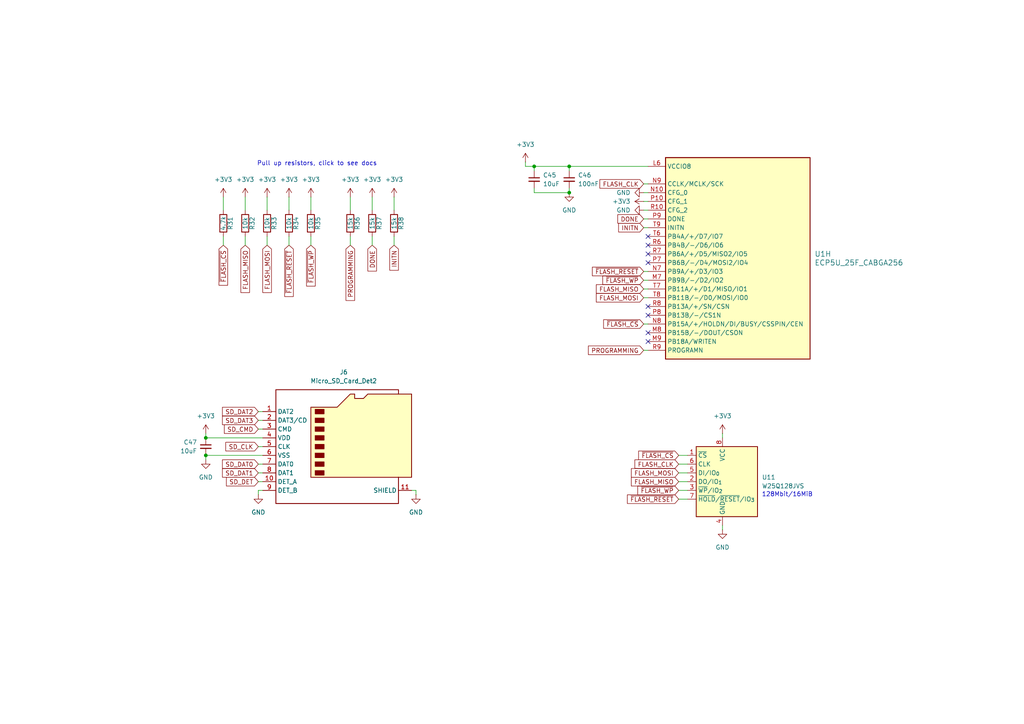
<source format=kicad_sch>
(kicad_sch (version 20250114) (generator "eeschema") (generator_version "9.0")
  (paper "A4")
  (title_block (title "Icepi zero") (date "2025-06-16") (rev "v1.2") (company "Chengyin Yao (cheyao)") (comment 1 "https://github.com/cheyao/icepi-zero") (comment 9 "OSHWA FR000026"))
  (lib_symbols
    (symbol "Connector:Micro_SD_Card_Det2"
      (property "Reference" "J" (at -16.51 17.78 0))
      (property "Value" "Micro_SD_Card_Det2" (at 16.51 17.78 0))
      (symbol "Micro_SD_Card_Det2_0_1"
        (polyline (pts (xy -8.89 -8.89) (xy -8.89 11.43) (xy -1.27 11.43) (xy 2.54 15.24) (xy 3.81 15.24) (xy 3.81 13.97) (xy 6.35 13.97) (xy 7.62 15.24) (xy 20.32 15.24) (xy 20.32 -8.89) (xy -8.89 -8.89)) (stroke (width 0.254)) (fill (type background)))
        (rectangle (start -7.62 10.795) (end -5.08 9.525) (stroke (width 0.254)) (fill (type outline)))
        (rectangle (start -7.62 8.255) (end -5.08 6.985) (stroke (width 0.254)) (fill (type outline)))
        (rectangle (start -7.62 5.715) (end -5.08 4.445) (stroke (width 0.254)) (fill (type outline)))
        (rectangle (start -7.62 3.175) (end -5.08 1.905) (stroke (width 0.254)) (fill (type outline)))
        (rectangle (start -7.62 0.635) (end -5.08 -0.635) (stroke (width 0.254)) (fill (type outline)))
        (rectangle (start -7.62 -1.905) (end -5.08 -3.175) (stroke (width 0.254)) (fill (type outline)))
        (rectangle (start -7.62 -4.445) (end -5.08 -5.715) (stroke (width 0.254)) (fill (type outline)))
        (rectangle (start -7.62 -6.985) (end -5.08 -8.255) (stroke (width 0.254)) (fill (type outline)))
        (polyline (pts (xy 16.51 15.24) (xy 16.51 16.51) (xy -19.05 16.51) (xy -19.05 -16.51) (xy 16.51 -16.51) (xy 16.51 -8.89)) (stroke (width 0.254)))
      )
      (symbol "Micro_SD_Card_Det2_1_1"
        (pin bidirectional line (at -22.86 10.16 0) (length 3.81) (name "DAT2") (number "1"))
        (pin bidirectional line (at -22.86 7.62 0) (length 3.81) (name "DAT3/CD") (number "2"))
        (pin input line (at -22.86 5.08 0) (length 3.81) (name "CMD") (number "3"))
        (pin power_in line (at -22.86 2.54 0) (length 3.81) (name "VDD") (number "4"))
        (pin input line (at -22.86 0 0) (length 3.81) (name "CLK") (number "5"))
        (pin power_in line (at -22.86 -2.54 0) (length 3.81) (name "VSS") (number "6"))
        (pin bidirectional line (at -22.86 -5.08 0) (length 3.81) (name "DAT0") (number "7"))
        (pin bidirectional line (at -22.86 -7.62 0) (length 3.81) (name "DAT1") (number "8"))
        (pin passive line (at -22.86 -10.16 0) (length 3.81) (name "DET_A") (number "10"))
        (pin passive line (at -22.86 -12.7 0) (length 3.81) (name "DET_B") (number "9"))
        (pin passive line (at 20.32 -12.7 180) (length 3.81) (name "SHIELD") (number "11"))
      )
    )
    (symbol "Device:C_Small" (pin_numbers (hide yes)) (pin_names (offset 0.254) (hide yes))
      (property "Reference" "C" (at 0.254 1.778 0))
      (property "Value" "C_Small" (at 0.254 -2.032 0))
      (symbol "C_Small_0_1"
        (polyline (pts (xy -1.524 0.508) (xy 1.524 0.508)) (stroke (width 0.3048)))
        (polyline (pts (xy -1.524 -0.508) (xy 1.524 -0.508)) (stroke (width 0.3302)))
      )
      (symbol "C_Small_1_1"
        (pin passive line (at 0 2.54 270) (length 2.032) (name "~") (number "1"))
        (pin passive line (at 0 -2.54 90) (length 2.032) (name "~") (number "2"))
      )
    )
    (symbol "Device:R" (pin_numbers (hide yes)) (pin_names (offset 0))
      (property "Reference" "R" (at 2.032 0 90))
      (property "Value" "R" (at 0 0 90))
      (symbol "R_0_1"
        (rectangle (start -1.016 -2.54) (end 1.016 2.54) (stroke (width 0.254)))
      )
      (symbol "R_1_1"
        (pin passive line (at 0 3.81 270) (length 1.27) (name "~") (number "1"))
        (pin passive line (at 0 -3.81 90) (length 1.27) (name "~") (number "2"))
      )
    )
    (symbol "Memory_Flash:W25Q128JVS"
      (property "Reference" "U" (at -6.35 11.43 0))
      (property "Value" "W25Q128JVS" (at 7.62 11.43 0))
      (symbol "W25Q128JVS_0_1"
        (rectangle (start -7.62 10.16) (end 10.16 -10.16) (stroke (width 0.254)) (fill (type background)))
      )
      (symbol "W25Q128JVS_1_1"
        (pin input line (at -10.16 7.62 0) (length 2.54) (name "~{CS}") (number "1"))
        (pin input line (at -10.16 5.08 0) (length 2.54) (name "CLK") (number "6"))
        (pin bidirectional line (at -10.16 2.54 0) (length 2.54) (name "DI/IO_{0}") (number "5"))
        (pin bidirectional line (at -10.16 0 0) (length 2.54) (name "DO/IO_{1}") (number "2"))
        (pin bidirectional line (at -10.16 -2.54 0) (length 2.54) (name "~{WP}/IO_{2}") (number "3"))
        (pin bidirectional line (at -10.16 -5.08 0) (length 2.54) (name "~{HOLD}/~{RESET}/IO_{3}") (number "7"))
        (pin power_in line (at 0 12.7 270) (length 2.54) (name "VCC") (number "8"))
        (pin power_in line (at 0 -12.7 90) (length 2.54) (name "GND") (number "4"))
      )
    )
    (symbol "josh:ECP5U_12_CABGA256"
      (property "Reference" "U" (at -15.24 45.72 0))
      (property "Value" "ECP5U_12_CABGA256" (at 7.62 43.18 0))
      (symbol "ECP5U_12_CABGA256_1_1"
        (rectangle (start -7.62 7.62) (end 6.35 -7.62) (stroke (width 0.001)) (fill (type background)))
        (pin power_in line (at -12.7 5.08 0) (length 5.08) (name "VCC[6]") (number "G6"))
        (pin power_in line (at -12.7 5.08 0) (length 5.08) (name "VCC[6]") (number "G7"))
        (pin power_in line (at -12.7 5.08 0) (length 5.08) (name "VCC[6]") (number "G9"))
        (pin power_in line (at -12.7 5.08 0) (length 5.08) (name "VCC[6]") (number "L10"))
        (pin power_in line (at -12.7 5.08 0) (length 5.08) (name "VCC[6]") (number "L8"))
        (pin power_in line (at -12.7 5.08 0) (length 5.08) (name "VCC[6]") (number "L9"))
        (pin power_in line (at -12.7 2.54 0) (length 5.08) (name "VCCAUX[2]") (number "G11"))
        (pin power_in line (at -12.7 2.54 0) (length 5.08) (name "VCCAUX[2]") (number "L7"))
        (pin power_in line (at -12.7 -5.08 0) (length 5.08) (name "GND[27]") (number "A1"))
        (pin power_in line (at -12.7 -5.08 0) (length 5.08) (name "GND[27]") (number "A16"))
        (pin power_in line (at -12.7 -5.08 0) (length 5.08) (name "GND[27]") (number "D15"))
        (pin power_in line (at -12.7 -5.08 0) (length 5.08) (name "GND[27]") (number "D2"))
        (pin power_in line (at -12.7 -5.08 0) (length 5.08) (name "GND[27]") (number "F8"))
        (pin power_in line (at -12.7 -5.08 0) (length 5.08) (name "GND[27]") (number "F9"))
        (pin power_in line (at -12.7 -5.08 0) (length 5.08) (name "GND[27]") (number "G10"))
        (pin power_in line (at -12.7 -5.08 0) (length 5.08) (name "GND[27]") (number "G8"))
        (pin power_in line (at -12.7 -5.08 0) (length 5.08) (name "GND[27]") (number "H1"))
        (pin power_in line (at -12.7 -5.08 0) (length 5.08) (name "GND[27]") (number "H10"))
        (pin power_in line (at -12.7 -5.08 0) (length 5.08) (name "GND[27]") (number "H16"))
        (pin power_in line (at -12.7 -5.08 0) (length 5.08) (name "GND[27]") (number "H8"))
        (pin power_in line (at -12.7 -5.08 0) (length 5.08) (name "GND[27]") (number "H9"))
        (pin power_in line (at -12.7 -5.08 0) (length 5.08) (name "GND[27]") (number "J10"))
        (pin power_in line (at -12.7 -5.08 0) (length 5.08) (name "GND[27]") (number "J8"))
        (pin power_in line (at -12.7 -5.08 0) (length 5.08) (name "GND[27]") (number "J9"))
        (pin power_in line (at -12.7 -5.08 0) (length 5.08) (name "GND[27]") (number "K10"))
        (pin power_in line (at -12.7 -5.08 0) (length 5.08) (name "GND[27]") (number "K6"))
        (pin power_in line (at -12.7 -5.08 0) (length 5.08) (name "GND[27]") (number "K7"))
        (pin power_in line (at -12.7 -5.08 0) (length 5.08) (name "GND[27]") (number "K8"))
        (pin power_in line (at -12.7 -5.08 0) (length 5.08) (name "GND[27]") (number "K9"))
        (pin power_in line (at -12.7 -5.08 0) (length 5.08) (name "GND[27]") (number "N15"))
        (pin power_in line (at -12.7 -5.08 0) (length 5.08) (name "GND[27]") (number "N2"))
        (pin power_in line (at -12.7 -5.08 0) (length 5.08) (name "GND[27]") (number "T1"))
        (pin power_in line (at -12.7 -5.08 0) (length 5.08) (name "GND[27]") (number "T12"))
        (pin power_in line (at -12.7 -5.08 0) (length 5.08) (name "GND[27]") (number "T16"))
        (pin power_in line (at -12.7 -5.08 0) (length 5.08) (name "GND[27]") (number "T5"))
      )
      (symbol "ECP5U_12_CABGA256_2_1"
        (rectangle (start -16.51 40.64) (end 8.89 -27.94) (stroke (width 0.305)) (fill (type background)))
        (pin power_in line (at -21.59 38.1 0) (length 5.08) (name "VCCIO0[2]") (number "F6"))
        (pin power_in line (at -21.59 38.1 0) (length 5.08) (name "VCCIO0[2]") (number "F7"))
        (pin bidirectional line (at -21.59 33.02 0) (length 5.08) (name "PT4A/+") (number "A2"))
        (pin bidirectional line (at -21.59 30.48 0) (length 5.08) (name "PT4B/-") (number "B3"))
        (pin bidirectional line (at -21.59 27.94 0) (length 5.08) (name "PT6A/+") (number "A3"))
        (pin bidirectional line (at -21.59 25.4 0) (length 5.08) (name "PT6B/-") (number "A4"))
        (pin bidirectional line (at -21.59 22.86 0) (length 5.08) (name "PT9A/+") (number "E4"))
        (pin bidirectional line (at -21.59 20.32 0) (length 5.08) (name "PT9B/-") (number "D4"))
        (pin bidirectional line (at -21.59 17.78 0) (length 5.08) (name "PT11A/+") (number "C4"))
        (pin bidirectional line (at -21.59 15.24 0) (length 5.08) (name "PT11B/-") (number "B4"))
        (pin bidirectional line (at -21.59 12.7 0) (length 5.08) (name "PT13A/+") (number "E5"))
        (pin bidirectional line (at -21.59 10.16 0) (length 5.08) (name "PT13B/-") (number "D5"))
        (pin bidirectional line (at -21.59 7.62 0) (length 5.08) (name "PT15A/+") (number "C5"))
        (pin bidirectional line (at -21.59 5.08 0) (length 5.08) (name "PT15B/-") (number "B5"))
        (pin bidirectional line (at -21.59 2.54 0) (length 5.08) (name "PT18A/+") (number "A5"))
        (pin bidirectional line (at -21.59 0 0) (length 5.08) (name "PT18B/-") (number "A6"))
        (pin bidirectional line (at -21.59 -2.54 0) (length 5.08) (name "PT20A/+") (number "E6"))
        (pin bidirectional line (at -21.59 -5.08 0) (length 5.08) (name "PT20B/-") (number "D6"))
        (pin bidirectional line (at -21.59 -7.62 0) (length 5.08) (name "PT22A/+") (number "C6"))
        (pin bidirectional line (at -21.59 -10.16 0) (length 5.08) (name "PT22B/-") (number "B6"))
        (pin bidirectional line (at -21.59 -12.7 0) (length 5.08) (name "PT24A/+/GR_PCLK0_1") (number "E7"))
        (pin bidirectional line (at -21.59 -15.24 0) (length 5.08) (name "PT24B/-/GR_PCLK0_0") (number "D7"))
        (pin bidirectional line (at -21.59 -17.78 0) (length 5.08) (name "PT27A/+/PCLKT0_1") (number "C7"))
        (pin bidirectional line (at -21.59 -20.32 0) (length 5.08) (name "PT27B/-/PCLKC0_1") (number "B7"))
        (pin bidirectional line (at -21.59 -22.86 0) (length 5.08) (name "PT29A/+/PCLKT0_0") (number "A7"))
        (pin bidirectional line (at -21.59 -25.4 0) (length 5.08) (name "PT29B/-/PCLKC0_0") (number "A8"))
      )
      (symbol "ECP5U_12_CABGA256_3_1"
        (rectangle (start -16.51 40.64) (end 8.89 -48.26) (stroke (width 0.305)) (fill (type background)))
        (pin power_in line (at -21.59 38.1 0) (length 5.08) (name "VCCIO1[2]") (number "F10"))
        (pin power_in line (at -21.59 38.1 0) (length 5.08) (name "VCCIO1[2]") (number "F11"))
        (pin bidirectional line (at -21.59 33.02 0) (length 5.08) (name "PT33A/+/PCLKT1_1") (number "E8"))
        (pin bidirectional line (at -21.59 30.48 0) (length 5.08) (name "PT33B/-/PCLKC1_1") (number "D8"))
        (pin bidirectional line (at -21.59 27.94 0) (length 5.08) (name "PT35A/+/PCLKT1_0") (number "C8"))
        (pin bidirectional line (at -21.59 25.4 0) (length 5.08) (name "PT35B/-/PCLKC1_0") (number "B8"))
        (pin bidirectional line (at -21.59 22.86 0) (length 5.08) (name "PT38A/+/GR_PCLK1_0") (number "B9"))
        (pin bidirectional line (at -21.59 20.32 0) (length 5.08) (name "PT38B/-/GR_PCLK1_1") (number "C9"))
        (pin bidirectional line (at -21.59 17.78 0) (length 5.08) (name "PT40A/+") (number "D9"))
        (pin bidirectional line (at -21.59 15.24 0) (length 5.08) (name "PT40B/-") (number "E9"))
        (pin bidirectional line (at -21.59 12.7 0) (length 5.08) (name "PT42A/+") (number "A9"))
        (pin bidirectional line (at -21.59 10.16 0) (length 5.08) (name "PT42B/-") (number "A10"))
        (pin bidirectional line (at -21.59 7.62 0) (length 5.08) (name "PT44A/+") (number "B10"))
        (pin bidirectional line (at -21.59 5.08 0) (length 5.08) (name "PT44B/-") (number "C10"))
        (pin bidirectional line (at -21.59 2.54 0) (length 5.08) (name "PT47A/+") (number "D10"))
        (pin bidirectional line (at -21.59 0 0) (length 5.08) (name "PT47B/-") (number "E10"))
        (pin bidirectional line (at -21.59 -2.54 0) (length 5.08) (name "PT49A/+") (number "B11"))
        (pin bidirectional line (at -21.59 -5.08 0) (length 5.08) (name "PT49B/-") (number "C11"))
        (pin bidirectional line (at -21.59 -7.62 0) (length 5.08) (name "PT51A/+") (number "D11"))
        (pin bidirectional line (at -21.59 -10.16 0) (length 5.08) (name "PT51B/-") (number "E11"))
        (pin bidirectional line (at -21.59 -12.7 0) (length 5.08) (name "PT53A/+") (number "A11"))
        (pin bidirectional line (at -21.59 -15.24 0) (length 5.08) (name "PT53B/-") (number "A12"))
        (pin bidirectional line (at -21.59 -17.78 0) (length 5.08) (name "PT56A/+") (number "B12"))
        (pin bidirectional line (at -21.59 -20.32 0) (length 5.08) (name "PT56B/-") (number "C12"))
        (pin bidirectional line (at -21.59 -22.86 0) (length 5.08) (name "PT58A/+") (number "D12"))
        (pin bidirectional line (at -21.59 -25.4 0) (length 5.08) (name "PT58B/-") (number "E12"))
        (pin bidirectional line (at -21.59 -27.94 0) (length 5.08) (name "PT60A/+") (number "B13"))
        (pin bidirectional line (at -21.59 -30.48 0) (length 5.08) (name "PT60B/-") (number "C13"))
        (pin bidirectional line (at -21.59 -33.02 0) (length 5.08) (name "PT62A/+") (number "D13"))
        (pin bidirectional line (at -21.59 -35.56 0) (length 5.08) (name "PT62B/-") (number "E13"))
        (pin bidirectional line (at -21.59 -38.1 0) (length 5.08) (name "PT65A/+") (number "A13"))
        (pin bidirectional line (at -21.59 -40.64 0) (length 5.08) (name "PT65B/-") (number "A14"))
        (pin bidirectional line (at -21.59 -43.18 0) (length 5.08) (name "PT67A/+") (number "B14"))
        (pin bidirectional line (at -21.59 -45.72 0) (length 5.08) (name "PT67B/-") (number "A15"))
      )
      (symbol "ECP5U_12_CABGA256_4_1"
        (rectangle (start -16.51 40.64) (end 21.59 -48.26) (stroke (width 0.305)) (fill (type background)))
        (pin power_in line (at -21.59 38.1 0) (length 5.08) (name "VCCIO2[2]") (number "H11"))
        (pin power_in line (at -21.59 38.1 0) (length 5.08) (name "VCCIO2[2]") (number "J11"))
        (pin bidirectional line (at -21.59 33.02 0) (length 5.08) (name "PR2A/+/HS/RDQ8") (number "B16"))
        (pin bidirectional line (at -21.59 30.48 0) (length 5.08) (name "PR2B/-/S0_IN/HS/RDQ8") (number "B15"))
        (pin bidirectional line (at -21.59 27.94 0) (length 5.08) (name "PR2C/+/RDQ8") (number "C14"))
        (pin bidirectional line (at -21.59 25.4 0) (length 5.08) (name "PR2D/-/RDQ8") (number "D14"))
        (pin bidirectional line (at -21.59 22.86 0) (length 5.08) (name "PR5A/+/HS/RDQ8") (number "C16"))
        (pin bidirectional line (at -21.59 20.32 0) (length 5.08) (name "PR5B/-/HS/RDQ8") (number "C15"))
        (pin bidirectional line (at -21.59 17.78 0) (length 5.08) (name "PR5C/+/RDQ8") (number "E14"))
        (pin bidirectional line (at -21.59 15.24 0) (length 5.08) (name "PR5D/-/RDQ8") (number "F14"))
        (pin bidirectional line (at -21.59 12.7 0) (length 5.08) (name "PR8A/+/HS/RDQS8") (number "D16"))
        (pin bidirectional line (at -21.59 10.16 0) (length 5.08) (name "PR8B/-/HS/RDQSN8") (number "E15"))
        (pin bidirectional line (at -21.59 7.62 0) (length 5.08) (name "PR8C/+/RDQ8") (number "F13"))
        (pin bidirectional line (at -21.59 5.08 0) (length 5.08) (name "PR8D/-/RDQ8") (number "F12"))
        (pin bidirectional line (at -21.59 2.54 0) (length 5.08) (name "PR11A/+/HS/RDQ8") (number "G12"))
        (pin bidirectional line (at -21.59 0 0) (length 5.08) (name "PR11B/-/HS/RDQ8") (number "G13"))
        (pin bidirectional line (at -21.59 -2.54 0) (length 5.08) (name "PR11C/+/RDQ8") (number "F15"))
        (pin bidirectional line (at -21.59 -5.08 0) (length 5.08) (name "PR11D/-/RDQ8") (number "E16"))
        (pin bidirectional line (at -21.59 -7.62 0) (length 5.08) (name "PR14A/+/HS/RDQ20") (number "F16"))
        (pin bidirectional line (at -21.59 -10.16 0) (length 5.08) (name "PR14B/-/HS/RDQ20") (number "G15"))
        (pin bidirectional line (at -21.59 -12.7 0) (length 5.08) (name "PR14C/+/VREF1_2/RDQ20") (number "G14"))
        (pin bidirectional line (at -21.59 -15.24 0) (length 5.08) (name "PR14D/-/RDQ20") (number "H14"))
        (pin bidirectional line (at -21.59 -17.78 0) (length 5.08) (name "PR17A/+/HS/RDQ20") (number "H12"))
        (pin bidirectional line (at -21.59 -20.32 0) (length 5.08) (name "PR17B/-/HS/RDQ20") (number "H13"))
        (pin bidirectional line (at -21.59 -22.86 0) (length 5.08) (name "PR17C/+/RDQ20") (number "J13"))
        (pin bidirectional line (at -21.59 -25.4 0) (length 5.08) (name "PR17D/-/RDQ20") (number "J12"))
        (pin bidirectional line (at -21.59 -27.94 0) (length 5.08) (name "PR20A/+/GR_PCLK2_1/HS/RDQS20") (number "G16"))
        (pin bidirectional line (at -21.59 -30.48 0) (length 5.08) (name "PR20B/-/HS/RDQSN20") (number "H15"))
        (pin bidirectional line (at -21.59 -33.02 0) (length 5.08) (name "PR20C/+/GR_PCLK2_0/RDQ20") (number "J14"))
        (pin bidirectional line (at -21.59 -35.56 0) (length 5.08) (name "PR20D/-/RDQ20") (number "K14"))
        (pin bidirectional line (at -21.59 -38.1 0) (length 5.08) (name "PR23A/+/PCLKT2_1/HS/RDQ20") (number "J16"))
        (pin bidirectional line (at -21.59 -40.64 0) (length 5.08) (name "PR23B/-/PCLKC2_1/HS/RDQ20") (number "J15"))
        (pin bidirectional line (at -21.59 -43.18 0) (length 5.08) (name "PR23C/+/PCLKT2_0/RDQ20") (number "K16"))
        (pin bidirectional line (at -21.59 -45.72 0) (length 5.08) (name "PR23D/-/PCLKC2_0/RDQ20") (number "K15"))
      )
      (symbol "ECP5U_12_CABGA256_5_1"
        (rectangle (start -16.51 40.64) (end 19.05 -48.26) (stroke (width 0.305)) (fill (type background)))
        (pin power_in line (at -21.59 38.1 0) (length 5.08) (name "VCCIO3[2]") (number "K11"))
        (pin power_in line (at -21.59 38.1 0) (length 5.08) (name "VCCIO3[2]") (number "L11"))
        (pin bidirectional line (at -21.59 33.02 0) (length 5.08) (name "PR26A/+/PCLKT3_1/HS/RDQ32") (number "L16"))
        (pin bidirectional line (at -21.59 30.48 0) (length 5.08) (name "PR26B/-/PCLKC3_1/HS/RDQ32") (number "L15"))
        (pin bidirectional line (at -21.59 27.94 0) (length 5.08) (name "PR26C/+/PCLKT3_0/RDQ32") (number "M16"))
        (pin bidirectional line (at -21.59 25.4 0) (length 5.08) (name "PR26D/-/PCLKC3_0/RDQ32") (number "M15"))
        (pin bidirectional line (at -21.59 22.86 0) (length 5.08) (name "PR29A/+/GR_PCLK3_0/HS/RDQ32") (number "K13"))
        (pin bidirectional line (at -21.59 20.32 0) (length 5.08) (name "PR29B/-/HS/RDQ32") (number "K12"))
        (pin bidirectional line (at -21.59 17.78 0) (length 5.08) (name "PR29C/+/GR_PCLK3_1/RDQ32") (number "L13"))
        (pin bidirectional line (at -21.59 15.24 0) (length 5.08) (name "PR29D/-/RDQ32") (number "L12"))
        (pin bidirectional line (at -21.59 12.7 0) (length 5.08) (name "PR32A/+/HS/RDQS32") (number "N16"))
        (pin bidirectional line (at -21.59 10.16 0) (length 5.08) (name "PR32B/-/HS/RDQSN32") (number "P15"))
        (pin bidirectional line (at -21.59 7.62 0) (length 5.08) (name "PR32C/+/RDQ32") (number "L14"))
        (pin bidirectional line (at -21.59 5.08 0) (length 5.08) (name "PR32D/-/RDQ32") (number "M14"))
        (pin bidirectional line (at -21.59 2.54 0) (length 5.08) (name "PR35A/+/HS/RDQ32") (number "P16"))
        (pin bidirectional line (at -21.59 0 0) (length 5.08) (name "PR35B/-/VREF1_3/HS/RDQ32") (number "R16"))
        (pin bidirectional line (at -21.59 -2.54 0) (length 5.08) (name "PR35C/+/RDQ32") (number "M13"))
        (pin bidirectional line (at -21.59 -5.08 0) (length 5.08) (name "PR35D/-/RDQ32") (number "N14"))
        (pin bidirectional line (at -21.59 -7.62 0) (length 5.08) (name "PR38A/+/HS/RDQ44") (number "N13"))
        (pin bidirectional line (at -21.59 -10.16 0) (length 5.08) (name "PR38B/-/HS/RDQ44") (number "P14"))
        (pin bidirectional line (at -21.59 -12.7 0) (length 5.08) (name "PR38C/+/RDQ44") (number "R15"))
        (pin bidirectional line (at -21.59 -15.24 0) (length 5.08) (name "PR38D/-/RDQ44") (number "T15"))
        (pin bidirectional line (at -21.59 -17.78 0) (length 5.08) (name "PR41A/+/HS/RDQ44") (number "P13"))
        (pin bidirectional line (at -21.59 -20.32 0) (length 5.08) (name "PR41B/-/HS/RDQ44") (number "R14"))
        (pin bidirectional line (at -21.59 -22.86 0) (length 5.08) (name "PR41C/+/RDQ44") (number "R13"))
        (pin bidirectional line (at -21.59 -25.4 0) (length 5.08) (name "PR41D/-/RDQ44") (number "T14"))
        (pin bidirectional line (at -21.59 -27.94 0) (length 5.08) (name "PR44A/+/HS/RDQS44") (number "R12"))
        (pin bidirectional line (at -21.59 -30.48 0) (length 5.08) (name "PR44B/-/HS/RDQSN44") (number "T13"))
        (pin bidirectional line (at -21.59 -33.02 0) (length 5.08) (name "PR44C/+/RDQ44") (number "M12"))
        (pin bidirectional line (at -21.59 -35.56 0) (length 5.08) (name "PR44D/-/RDQ44") (number "N12"))
        (pin bidirectional line (at -21.59 -38.1 0) (length 5.08) (name "PR47A/+/HS/RDQ44") (number "M11"))
        (pin bidirectional line (at -21.59 -40.64 0) (length 5.08) (name "PR47B/-/HS/RDQ44") (number "N11"))
        (pin bidirectional line (at -21.59 -43.18 0) (length 5.08) (name "PR47C/+/LRC_GPLL0T_IN/RDQ44") (number "P11"))
        (pin bidirectional line (at -21.59 -45.72 0) (length 5.08) (name "PR47D/-/LRC_GPLL0C_IN/RDQ44") (number "P12"))
      )
      (symbol "ECP5U_12_CABGA256_6_1"
        (rectangle (start -16.51 40.64) (end 19.05 -48.26) (stroke (width 0.305)) (fill (type background)))
        (pin power_in line (at -21.59 38.1 0) (length 5.08) (name "VCCIO6[2]") (number "J6"))
        (pin power_in line (at -21.59 38.1 0) (length 5.08) (name "VCCIO6[2]") (number "J7"))
        (pin bidirectional line (at -21.59 33.02 0) (length 5.08) (name "PL26A/+/PCLKT6_1/HS/LDQ32") (number "L1"))
        (pin bidirectional line (at -21.59 30.48 0) (length 5.08) (name "PL26B/-/PCLKC6_1/HS/LDQ32") (number "L2"))
        (pin bidirectional line (at -21.59 27.94 0) (length 5.08) (name "PL26C/+/PCLKT6_0/LDQ32") (number "M1"))
        (pin bidirectional line (at -21.59 25.4 0) (length 5.08) (name "PL26D/-/PCLKC6_0/LDQ32") (number "M2"))
        (pin bidirectional line (at -21.59 22.86 0) (length 5.08) (name "PL29A/+/GR_PCLK6_0/HS/LDQ32") (number "K4"))
        (pin bidirectional line (at -21.59 20.32 0) (length 5.08) (name "PL29B/-/HS/LDQ32") (number "K5"))
        (pin bidirectional line (at -21.59 17.78 0) (length 5.08) (name "PL29C/+/GR_PCLK6_1/LDQ32") (number "L4"))
        (pin bidirectional line (at -21.59 15.24 0) (length 5.08) (name "PL29D/-/LDQ32") (number "L5"))
        (pin bidirectional line (at -21.59 12.7 0) (length 5.08) (name "PL32A/+/HS/LDQS32") (number "N1"))
        (pin bidirectional line (at -21.59 10.16 0) (length 5.08) (name "PL32B/-/HS/LDQSN32") (number "P2"))
        (pin bidirectional line (at -21.59 7.62 0) (length 5.08) (name "PL32C/+/LDQ32") (number "L3"))
        (pin bidirectional line (at -21.59 5.08 0) (length 5.08) (name "PL32D/-/LDQ32") (number "M3"))
        (pin bidirectional line (at -21.59 2.54 0) (length 5.08) (name "PL35A/+/HS/LDQ32") (number "P1"))
        (pin bidirectional line (at -21.59 0 0) (length 5.08) (name "PL35B/-/VREF1_6/HS/LDQ32") (number "R1"))
        (pin bidirectional line (at -21.59 -2.54 0) (length 5.08) (name "PL35C/+/LDQ32") (number "M4"))
        (pin bidirectional line (at -21.59 -5.08 0) (length 5.08) (name "PL35D/-/LDQ32") (number "N3"))
        (pin bidirectional line (at -21.59 -7.62 0) (length 5.08) (name "PL38A/+/HS/LDQ44") (number "N4"))
        (pin bidirectional line (at -21.59 -10.16 0) (length 5.08) (name "PL38B/-/HS/LDQ44") (number "P3"))
        (pin bidirectional line (at -21.59 -12.7 0) (length 5.08) (name "PL38C/+/LDQ44") (number "R2"))
        (pin bidirectional line (at -21.59 -15.24 0) (length 5.08) (name "PL38D/-/LDQ44") (number "T2"))
        (pin bidirectional line (at -21.59 -17.78 0) (length 5.08) (name "PL41A/+/HS/LDQ44") (number "P4"))
        (pin bidirectional line (at -21.59 -20.32 0) (length 5.08) (name "PL41B/-/HS/LDQ44") (number "R3"))
        (pin bidirectional line (at -21.59 -22.86 0) (length 5.08) (name "PL41C/+/LDQ44") (number "R4"))
        (pin bidirectional line (at -21.59 -25.4 0) (length 5.08) (name "PL41D/-/LDQ44") (number "T3"))
        (pin bidirectional line (at -21.59 -27.94 0) (length 5.08) (name "PL44A/+/HS/LDQS44") (number "R5"))
        (pin bidirectional line (at -21.59 -30.48 0) (length 5.08) (name "PL44B/-/HS/LDQSN44") (number "T4"))
        (pin bidirectional line (at -21.59 -33.02 0) (length 5.08) (name "PL44C/+/LDQ44") (number "M5"))
        (pin bidirectional line (at -21.59 -35.56 0) (length 5.08) (name "PL44D/-/LDQ44") (number "N5"))
        (pin bidirectional line (at -21.59 -38.1 0) (length 5.08) (name "PL47A/+/HS/LDQ44") (number "M6"))
        (pin bidirectional line (at -21.59 -40.64 0) (length 5.08) (name "PL47B/-/HS/LDQ44") (number "N6"))
        (pin bidirectional line (at -21.59 -43.18 0) (length 5.08) (name "PL47C/+/LLC_GPLL0T_IN/LDQ44") (number "P6"))
        (pin bidirectional line (at -21.59 -45.72 0) (length 5.08) (name "PL47D/-/LLC_GPLL0C_IN/LDQ44") (number "P5"))
      )
      (symbol "ECP5U_12_CABGA256_7_1"
        (rectangle (start -16.51 40.64) (end 20.32 -46.99) (stroke (width 0.305)) (fill (type background)))
        (pin power_in line (at -21.59 38.1 0) (length 5.08) (name "VCCIO7[2]") (number "H6"))
        (pin power_in line (at -21.59 38.1 0) (length 5.08) (name "VCCIO7[2]") (number "H7"))
        (pin bidirectional line (at -21.59 34.29 0) (length 5.08) (name "PL2A/+/HS/LDQ8") (number "B1"))
        (pin bidirectional line (at -21.59 31.75 0) (length 5.08) (name "PL2B/-/HS/LDQ8") (number "B2"))
        (pin bidirectional line (at -21.59 29.21 0) (length 5.08) (name "PL2C/+/LDQ8") (number "C3"))
        (pin bidirectional line (at -21.59 26.67 0) (length 5.08) (name "PL2D/-/LDQ8") (number "D3"))
        (pin bidirectional line (at -21.59 24.13 0) (length 5.08) (name "PL5A/+/HS/LDQ8") (number "C1"))
        (pin bidirectional line (at -21.59 21.59 0) (length 5.08) (name "PL5B/-/HS/LDQ8") (number "C2"))
        (pin bidirectional line (at -21.59 19.05 0) (length 5.08) (name "PL5C/+/LDQ8") (number "E3"))
        (pin bidirectional line (at -21.59 16.51 0) (length 5.08) (name "PL5D/-/LDQ8") (number "F3"))
        (pin bidirectional line (at -21.59 13.97 0) (length 5.08) (name "PL8A/+/HS/LDQS8") (number "D1"))
        (pin bidirectional line (at -21.59 11.43 0) (length 5.08) (name "PL8B/-/HS/LDQSN8") (number "E2"))
        (pin bidirectional line (at -21.59 8.89 0) (length 5.08) (name "PL8C/+/LDQ8") (number "F4"))
        (pin bidirectional line (at -21.59 6.35 0) (length 5.08) (name "PL8D/-/LDQ8") (number "F5"))
        (pin bidirectional line (at -21.59 3.81 0) (length 5.08) (name "PL11A/+/HS/LDQ8") (number "G5"))
        (pin bidirectional line (at -21.59 1.27 0) (length 5.08) (name "PL11B/-/HS/LDQ8") (number "G4"))
        (pin bidirectional line (at -21.59 -1.27 0) (length 5.08) (name "PL11C/+/LDQ8") (number "F2"))
        (pin bidirectional line (at -21.59 -3.81 0) (length 5.08) (name "PL11D/-/LDQ8") (number "E1"))
        (pin bidirectional line (at -21.59 -6.35 0) (length 5.08) (name "PL14A/+/HS/LDQ20") (number "F1"))
        (pin bidirectional line (at -21.59 -8.89 0) (length 5.08) (name "PL14B/-/HS/LDQ20") (number "G2"))
        (pin bidirectional line (at -21.59 -11.43 0) (length 5.08) (name "PL14C/+/VREF1_7/LDQ20") (number "G3"))
        (pin bidirectional line (at -21.59 -13.97 0) (length 5.08) (name "PL14D/-/LDQ20") (number "H3"))
        (pin bidirectional line (at -21.59 -16.51 0) (length 5.08) (name "PL17A/+/HS/LDQ20") (number "H5"))
        (pin bidirectional line (at -21.59 -19.05 0) (length 5.08) (name "PL17B/-/HS/LDQ20") (number "H4"))
        (pin bidirectional line (at -21.59 -21.59 0) (length 5.08) (name "PL17C/+/LDQ20") (number "J4"))
        (pin bidirectional line (at -21.59 -24.13 0) (length 5.08) (name "PL17D/-/LDQ20") (number "J5"))
        (pin bidirectional line (at -21.59 -26.67 0) (length 5.08) (name "PL20A/+/GR_PCLK7_1/HS/LDQS20") (number "G1"))
        (pin bidirectional line (at -21.59 -29.21 0) (length 5.08) (name "PL20B/-/HS/LDQSN20") (number "H2"))
        (pin bidirectional line (at -21.59 -31.75 0) (length 5.08) (name "PL20C/+/GR_PCLK7_0/LDQ20") (number "J3"))
        (pin bidirectional line (at -21.59 -34.29 0) (length 5.08) (name "PL20D/-/LDQ20") (number "K3"))
        (pin bidirectional line (at -21.59 -36.83 0) (length 5.08) (name "PL23A/+/PCLKT7_1/HS/LDQ20") (number "J1"))
        (pin bidirectional line (at -21.59 -39.37 0) (length 5.08) (name "PL23B/-/PCLKC7_1/HS/LDQ20") (number "J2"))
        (pin bidirectional line (at -21.59 -41.91 0) (length 5.08) (name "PL23C/+/PCLKT7_0/LDQ20") (number "K1"))
        (pin bidirectional line (at -21.59 -44.45 0) (length 5.08) (name "PL23D/-/PCLKC7_0/LDQ20") (number "K2"))
      )
      (symbol "ECP5U_12_CABGA256_8_1"
        (rectangle (start -16.51 40.64) (end 25.4 -17.78) (stroke (width 0.305)) (fill (type background)))
        (pin power_in line (at -21.59 38.1 0) (length 5.08) (name "VCCIO8") (number "L6"))
        (pin bidirectional line (at -21.59 33.02 0) (length 5.08) (name "CCLK/MCLK/SCK") (number "N9"))
        (pin bidirectional line (at -21.59 30.48 0) (length 5.08) (name "CFG_0") (number "N10"))
        (pin bidirectional line (at -21.59 27.94 0) (length 5.08) (name "CFG_1") (number "P10"))
        (pin bidirectional line (at -21.59 25.4 0) (length 5.08) (name "CFG_2") (number "R10"))
        (pin bidirectional line (at -21.59 22.86 0) (length 5.08) (name "DONE") (number "P9"))
        (pin bidirectional line (at -21.59 20.32 0) (length 5.08) (name "INITN") (number "T9"))
        (pin bidirectional line (at -21.59 17.78 0) (length 5.08) (name "PB4A/+/D7/IO7") (number "T6"))
        (pin bidirectional line (at -21.59 15.24 0) (length 5.08) (name "PB4B/-/D6/IO6") (number "R6"))
        (pin bidirectional line (at -21.59 12.7 0) (length 5.08) (name "PB6A/+/D5/MISO2/IO5") (number "R7"))
        (pin bidirectional line (at -21.59 10.16 0) (length 5.08) (name "PB6B/-/D4/MOSI2/IO4") (number "P7"))
        (pin bidirectional line (at -21.59 7.62 0) (length 5.08) (name "PB9A/+/D3/IO3") (number "N7"))
        (pin bidirectional line (at -21.59 5.08 0) (length 5.08) (name "PB9B/-/D2/IO2") (number "M7"))
        (pin bidirectional line (at -21.59 2.54 0) (length 5.08) (name "PB11A/+/D1/MISO/IO1") (number "T7"))
        (pin bidirectional line (at -21.59 0 0) (length 5.08) (name "PB11B/-/D0/MOSI/IO0") (number "T8"))
        (pin bidirectional line (at -21.59 -2.54 0) (length 5.08) (name "PB13A/+/SN/CSN") (number "R8"))
        (pin bidirectional line (at -21.59 -5.08 0) (length 5.08) (name "PB13B/-/CS1N") (number "P8"))
        (pin bidirectional line (at -21.59 -7.62 0) (length 5.08) (name "PB15A/+/HOLDN/DI/BUSY/CSSPIN/CEN") (number "N8"))
        (pin bidirectional line (at -21.59 -10.16 0) (length 5.08) (name "PB15B/-/DOUT/CSON") (number "M8"))
        (pin bidirectional line (at -21.59 -12.7 0) (length 5.08) (name "PB18A/WRITEN") (number "M9"))
        (pin bidirectional line (at -21.59 -15.24 0) (length 5.08) (name "PROGRAMN") (number "R9"))
      )
      (symbol "ECP5U_12_CABGA256_9_1"
        (rectangle (start -2.54 6.35) (end 5.08 -6.35) (stroke (width 0.305)) (fill (type background)))
        (pin bidirectional line (at -7.62 3.81 0) (length 5.08) (name "TCK") (number "T10"))
        (pin bidirectional line (at -7.62 1.27 0) (length 5.08) (name "TDI") (number "R11"))
        (pin bidirectional line (at -7.62 -1.27 0) (length 5.08) (name "TDO") (number "M10"))
        (pin bidirectional line (at -7.62 -3.81 0) (length 5.08) (name "TMS") (number "T11"))
      )
    )
    (symbol "power:+3V3" (power) (pin_numbers (hide yes)) (pin_names (offset 0) (hide yes))
      (property "Value" "+3V3" (at 0 3.556 0))
      (symbol "+3V3_0_1"
        (polyline (pts (xy -0.762 1.27) (xy 0 2.54)))
        (polyline (pts (xy 0 2.54) (xy 0.762 1.27)))
        (polyline (pts (xy 0 0) (xy 0 2.54)))
      )
      (symbol "+3V3_1_1"
        (pin power_in line (at 0 0 90) (length 0) (name "~") (number "1"))
      )
    )
    (symbol "power:GND" (power) (pin_numbers (hide yes)) (pin_names (offset 0) (hide yes))
      (property "Value" "GND" (at 0 -3.81 0))
      (symbol "GND_0_1"
        (polyline (pts (xy 0 0) (xy 0 -1.27) (xy 1.27 -1.27) (xy 0 -2.54) (xy -1.27 -1.27) (xy 0 -1.27)))
      )
      (symbol "GND_1_1"
        (pin power_in line (at 0 0 270) (length 0) (name "~") (number "1"))
      )
    )
  )
  (text "128Mbit/16MiB" (at 228.346 143.51 0) (effects (font (size 1.27 1.27))))
  (text "Pull up resistors, click to see docs" (at 91.948 47.498 0) (effects (font (size 1.27 1.27))))
  (junction (at 59.69 132.08))
  (junction (at 154.94 48.26))
  (junction (at 165.1 48.26))
  (junction (at 59.69 127))
  (junction (at 165.1 55.88))
  (no_connect (at 187.96 91.44))
  (no_connect (at 187.96 68.58))
  (no_connect (at 187.96 71.12))
  (no_connect (at 187.96 76.2))
  (no_connect (at 187.96 73.66))
  (no_connect (at 187.96 99.06))
  (no_connect (at 187.96 96.52))
  (no_connect (at 187.96 88.9))
  (wire (pts (xy 107.95 68.58) (xy 107.95 71.12)))
  (wire (pts (xy 186.69 81.28) (xy 187.96 81.28)))
  (wire (pts (xy 74.93 119.38) (xy 76.2 119.38)))
  (wire (pts (xy 186.69 60.96) (xy 187.96 60.96)))
  (wire (pts (xy 186.69 63.5) (xy 187.96 63.5)))
  (wire (pts (xy 59.69 132.08) (xy 76.2 132.08)))
  (wire (pts (xy 77.47 57.15) (xy 77.47 60.96)))
  (wire (pts (xy 154.94 55.88) (xy 165.1 55.88)))
  (wire (pts (xy 64.77 68.58) (xy 64.77 71.12)))
  (wire (pts (xy 154.94 48.26) (xy 154.94 49.53)))
  (wire (pts (xy 71.12 57.15) (xy 71.12 60.96)))
  (wire (pts (xy 154.94 48.26) (xy 165.1 48.26)))
  (wire (pts (xy 152.4 48.26) (xy 154.94 48.26)))
  (wire (pts (xy 74.93 121.92) (xy 76.2 121.92)))
  (wire (pts (xy 74.93 143.51) (xy 74.93 142.24)))
  (wire (pts (xy 90.17 68.58) (xy 90.17 71.12)))
  (wire (pts (xy 165.1 55.88) (xy 165.1 54.61)))
  (wire (pts (xy 114.3 57.15) (xy 114.3 60.96)))
  (wire (pts (xy 83.82 68.58) (xy 83.82 71.12)))
  (wire (pts (xy 120.65 142.24) (xy 119.38 142.24)))
  (wire (pts (xy 186.69 83.82) (xy 187.96 83.82)))
  (wire (pts (xy 186.69 53.34) (xy 187.96 53.34)))
  (wire (pts (xy 77.47 68.58) (xy 77.47 71.12)))
  (wire (pts (xy 196.85 144.78) (xy 199.39 144.78)))
  (wire (pts (xy 196.85 134.62) (xy 199.39 134.62)))
  (wire (pts (xy 186.69 93.98) (xy 187.96 93.98)))
  (wire (pts (xy 83.82 57.15) (xy 83.82 60.96)))
  (wire (pts (xy 74.93 129.54) (xy 76.2 129.54)))
  (wire (pts (xy 196.85 137.16) (xy 199.39 137.16)))
  (wire (pts (xy 59.69 127) (xy 76.2 127)))
  (wire (pts (xy 186.69 78.74) (xy 187.96 78.74)))
  (wire (pts (xy 186.69 101.6) (xy 187.96 101.6)))
  (wire (pts (xy 154.94 54.61) (xy 154.94 55.88)))
  (wire (pts (xy 196.85 139.7) (xy 199.39 139.7)))
  (wire (pts (xy 107.95 57.15) (xy 107.95 60.96)))
  (wire (pts (xy 165.1 48.26) (xy 187.96 48.26)))
  (wire (pts (xy 165.1 48.26) (xy 165.1 49.53)))
  (wire (pts (xy 196.85 142.24) (xy 199.39 142.24)))
  (wire (pts (xy 90.17 57.15) (xy 90.17 60.96)))
  (wire (pts (xy 74.93 139.7) (xy 76.2 139.7)))
  (wire (pts (xy 209.55 152.4) (xy 209.55 153.67)))
  (wire (pts (xy 59.69 125.73) (xy 59.69 127)))
  (wire (pts (xy 74.93 142.24) (xy 76.2 142.24)))
  (wire (pts (xy 74.93 137.16) (xy 76.2 137.16)))
  (wire (pts (xy 101.6 57.15) (xy 101.6 60.96)))
  (wire (pts (xy 186.69 86.36) (xy 187.96 86.36)))
  (wire (pts (xy 71.12 68.58) (xy 71.12 71.12)))
  (wire (pts (xy 114.3 68.58) (xy 114.3 71.12)))
  (wire (pts (xy 74.93 124.46) (xy 76.2 124.46)))
  (wire (pts (xy 209.55 125.73) (xy 209.55 127)))
  (wire (pts (xy 64.77 57.15) (xy 64.77 60.96)))
  (wire (pts (xy 186.69 66.04) (xy 187.96 66.04)))
  (wire (pts (xy 186.69 58.42) (xy 187.96 58.42)))
  (wire (pts (xy 196.85 132.08) (xy 199.39 132.08)))
  (wire (pts (xy 152.4 46.99) (xy 152.4 48.26)))
  (wire (pts (xy 186.69 55.88) (xy 187.96 55.88)))
  (wire (pts (xy 74.93 134.62) (xy 76.2 134.62)))
  (wire (pts (xy 59.69 133.35) (xy 59.69 132.08)))
  (wire (pts (xy 120.65 143.51) (xy 120.65 142.24)))
  (wire (pts (xy 101.6 68.58) (xy 101.6 71.12)))
  (global_label "FLASH_CLK" (shape input) (at 196.85 134.62 180) (property "Intersheetrefs" "${INTERSHEET_REFS}" (effects (hide yes))))
  (global_label "~{FLASH_CS}" (shape input) (at 196.85 132.08 180) (property "Intersheetrefs" "${INTERSHEET_REFS}" (effects (hide yes))))
  (global_label "SD_CLK" (shape input) (at 74.93 129.54 180) (property "Intersheetrefs" "${INTERSHEET_REFS}" (effects (hide yes))))
  (global_label "SD_DAT2" (shape input) (at 74.93 119.38 180) (property "Intersheetrefs" "${INTERSHEET_REFS}" (effects (hide yes))))
  (global_label "FLASH_MOSI" (shape input) (at 186.69 86.36 180) (property "Intersheetrefs" "${INTERSHEET_REFS}" (effects (hide yes))))
  (global_label "PROGRAMMING" (shape input) (at 186.69 101.6 180) (property "Intersheetrefs" "${INTERSHEET_REFS}" (effects (hide yes))))
  (global_label "INITN" (shape input) (at 114.3 71.12 270) (property "Intersheetrefs" "${INTERSHEET_REFS}" (effects (hide yes))))
  (global_label "SD_DAT0" (shape input) (at 74.93 134.62 180) (property "Intersheetrefs" "${INTERSHEET_REFS}" (effects (hide yes))))
  (global_label "~{FLASH_CS}" (shape input) (at 186.69 93.98 180) (property "Intersheetrefs" "${INTERSHEET_REFS}" (effects (hide yes))))
  (global_label "SD_DAT1" (shape input) (at 74.93 137.16 180) (property "Intersheetrefs" "${INTERSHEET_REFS}" (effects (hide yes))))
  (global_label "~{FLASH_RESET}" (shape input) (at 186.69 78.74 180) (property "Intersheetrefs" "${INTERSHEET_REFS}" (effects (hide yes))))
  (global_label "INITN" (shape input) (at 186.69 66.04 180) (property "Intersheetrefs" "${INTERSHEET_REFS}" (effects (hide yes))))
  (global_label "PROGRAMMING" (shape input) (at 101.6 71.12 270) (property "Intersheetrefs" "${INTERSHEET_REFS}" (effects (hide yes))))
  (global_label "DONE" (shape input) (at 186.69 63.5 180) (property "Intersheetrefs" "${INTERSHEET_REFS}" (effects (hide yes))))
  (global_label "DONE" (shape input) (at 107.95 71.12 270) (property "Intersheetrefs" "${INTERSHEET_REFS}" (effects (hide yes))))
  (global_label "FLASH_MOSI" (shape input) (at 196.85 137.16 180) (property "Intersheetrefs" "${INTERSHEET_REFS}" (effects (hide yes))))
  (global_label "~{FLASH_RESET}" (shape input) (at 196.85 144.78 180) (property "Intersheetrefs" "${INTERSHEET_REFS}" (effects (hide yes))))
  (global_label "SD_DAT3" (shape input) (at 74.93 121.92 180) (property "Intersheetrefs" "${INTERSHEET_REFS}" (effects (hide yes))))
  (global_label "SD_DET" (shape input) (at 74.93 139.7 180) (property "Intersheetrefs" "${INTERSHEET_REFS}" (effects (hide yes))))
  (global_label "FLASH_MISO" (shape input) (at 186.69 83.82 180) (property "Intersheetrefs" "${INTERSHEET_REFS}" (effects (hide yes))))
  (global_label "FLASH_MOSI" (shape input) (at 77.47 71.12 270) (property "Intersheetrefs" "${INTERSHEET_REFS}" (effects (hide yes))))
  (global_label "~{FLASH_WP}" (shape input) (at 90.17 71.12 270) (property "Intersheetrefs" "${INTERSHEET_REFS}" (effects (hide yes))))
  (global_label "FLASH_MISO" (shape input) (at 71.12 71.12 270) (property "Intersheetrefs" "${INTERSHEET_REFS}" (effects (hide yes))))
  (global_label "~{FLASH_WP}" (shape input) (at 196.85 142.24 180) (property "Intersheetrefs" "${INTERSHEET_REFS}" (effects (hide yes))))
  (global_label "FLASH_MISO" (shape input) (at 196.85 139.7 180) (property "Intersheetrefs" "${INTERSHEET_REFS}" (effects (hide yes))))
  (global_label "~{FLASH_RESET}" (shape input) (at 83.82 71.12 270) (property "Intersheetrefs" "${INTERSHEET_REFS}" (effects (hide yes))))
  (global_label "SD_CMD" (shape input) (at 74.93 124.46 180) (property "Intersheetrefs" "${INTERSHEET_REFS}" (effects (hide yes))))
  (global_label "~{FLASH_WP}" (shape input) (at 186.69 81.28 180) (property "Intersheetrefs" "${INTERSHEET_REFS}" (effects (hide yes))))
  (global_label "~{FLASH_CS}" (shape input) (at 64.77 71.12 270) (property "Intersheetrefs" "${INTERSHEET_REFS}" (effects (hide yes))))
  (global_label "FLASH_CLK" (shape input) (at 186.69 53.34 180) (property "Intersheetrefs" "${INTERSHEET_REFS}" (effects (hide yes))))
  (symbol (lib_id "Device:C_Small") (at 165.1 52.07 0) (unit 1)
    (property "Reference" "C46" (at 167.64 50.8062 0) (effects (justify left)))
    (property "Value" "100nF" (at 167.64 53.3462 0) (effects (justify left)))
    (property "Footprint" "Capacitor_SMD:C_0402_1005Metric" (effects (hide yes)))
    (property "Description" "Unpolarized capacitor, small symbol" (effects (hide yes)))
    (property "LCSC Part #" "C307331 " (effects (hide yes)))
  )
  (symbol (lib_id "power:+3V3") (at 71.12 57.15 0) (unit 1)
    (property "Reference" "#PWR078" (effects (hide yes)))
    (property "Value" "+3V3" (at 71.12 52.07 0))
    (property "Description" "Power symbol creates a global label with name \"+3V3\"" (effects (hide yes)))
  )
  (symbol (lib_id "Memory_Flash:W25Q128JVS") (at 209.55 139.7 0) (unit 1)
    (property "Reference" "U11" (at 220.98 138.4299 0) (effects (justify left)))
    (property "Value" "W25Q128JVS" (at 220.98 140.9699 0) (effects (justify left)))
    (property "Footprint" "Package_SO:SOIC-8_5.3x5.3mm_P1.27mm" (effects (hide yes)))
    (property "Datasheet" "https://www.winbond.com/resource-files/w25q128jv_dtr%20revc%2003272018%20plus.pdf" (effects (hide yes)))
    (property "Description" "128Mbit / 16MiB Serial Flash Memory, Standard/Dual/Quad SPI, 2.7-3.6V, SOIC-8" (effects (hide yes)))
    (property "LCSC Part #" "C97521" (effects (hide yes)))
  )
  (symbol (lib_id "power:GND") (at 165.1 55.88 0) (unit 1)
    (property "Reference" "#PWR075" (effects (hide yes)))
    (property "Value" "GND" (at 165.1 60.96 0))
    (property "Description" "Power symbol creates a global label with name \"GND\" , ground" (effects (hide yes)))
  )
  (symbol (lib_id "power:+3V3") (at 114.3 57.15 0) (unit 1)
    (property "Reference" "#PWR084" (effects (hide yes)))
    (property "Value" "+3V3" (at 114.3 52.07 0))
    (property "Description" "Power symbol creates a global label with name \"+3V3\"" (effects (hide yes)))
  )
  (symbol (lib_id "power:GND") (at 186.69 55.88 270) (unit 1)
    (property "Reference" "#PWR076" (effects (hide yes)))
    (property "Value" "GND" (at 182.88 55.8799 90) (effects (justify right)))
    (property "Description" "Power symbol creates a global label with name \"GND\" , ground" (effects (hide yes)))
  )
  (symbol (lib_id "power:GND") (at 59.69 133.35 0) (unit 1)
    (property "Reference" "#PWR089" (effects (hide yes)))
    (property "Value" "GND" (at 59.69 138.43 0))
    (property "Description" "Power symbol creates a global label with name \"GND\" , ground" (effects (hide yes)))
  )
  (symbol (lib_id "Device:C_Small") (at 154.94 52.07 0) (unit 1)
    (property "Reference" "C45" (at 157.48 50.8062 0) (effects (justify left)))
    (property "Value" "10uF" (at 157.48 53.3462 0) (effects (justify left)))
    (property "Footprint" "Capacitor_SMD:C_0603_1608Metric" (effects (hide yes)))
    (property "Description" "Unpolarized capacitor, small symbol" (effects (hide yes)))
    (property "LCSC Part #" "C19702" (effects (hide yes)))
  )
  (symbol (lib_id "Device:R") (at 101.6 64.77 0) (unit 1)
    (property "Reference" "R36" (at 103.632 64.77 90))
    (property "Value" "15k" (at 101.6 64.77 90))
    (property "Footprint" "Resistor_SMD:R_0402_1005Metric" (effects (hide yes)))
    (property "LCSC Part #" "C25756" (effects (hide yes)))
  )
  (symbol (lib_id "power:+3V3") (at 209.55 125.73 0) (unit 1)
    (property "Reference" "#PWR088" (effects (hide yes)))
    (property "Value" "+3V3" (at 209.55 120.65 0))
    (property "Description" "Power symbol creates a global label with name \"+3V3\"" (effects (hide yes)))
  )
  (symbol (lib_id "power:GND") (at 120.65 143.51 0) (unit 1)
    (property "Reference" "#PWR091" (effects (hide yes)))
    (property "Value" "GND" (at 120.65 148.59 0))
    (property "Description" "Power symbol creates a global label with name \"GND\" , ground" (effects (hide yes)))
  )
  (symbol (lib_id "power:+3V3") (at 64.77 57.15 0) (unit 1)
    (property "Reference" "#PWR077" (effects (hide yes)))
    (property "Value" "+3V3" (at 64.77 52.07 0))
    (property "Description" "Power symbol creates a global label with name \"+3V3\"" (effects (hide yes)))
  )
  (symbol (lib_id "power:GND") (at 74.93 143.51 0) (mirror y) (unit 1)
    (property "Reference" "#PWR090" (effects (hide yes)))
    (property "Value" "GND" (at 74.93 148.59 0))
    (property "Description" "Power symbol creates a global label with name \"GND\" , ground" (effects (hide yes)))
  )
  (symbol (lib_id "power:+3V3") (at 186.69 58.42 90) (unit 1)
    (property "Reference" "#PWR085" (effects (hide yes)))
    (property "Value" "+3V3" (at 182.88 58.4199 90) (effects (justify left)))
    (property "Description" "Power symbol creates a global label with name \"+3V3\"" (effects (hide yes)))
  )
  (symbol (lib_id "power:+3V3") (at 152.4 46.99 0) (unit 1)
    (property "Reference" "#PWR074" (effects (hide yes)))
    (property "Value" "+3V3" (at 152.4 41.91 0))
    (property "Description" "Power symbol creates a global label with name \"+3V3\"" (effects (hide yes)))
  )
  (symbol (lib_id "Device:R") (at 107.95 64.77 0) (unit 1)
    (property "Reference" "R37" (at 109.982 64.77 90))
    (property "Value" "15k" (at 107.95 64.77 90))
    (property "Footprint" "Resistor_SMD:R_0402_1005Metric" (effects (hide yes)))
    (property "LCSC Part #" "C25756" (effects (hide yes)))
  )
  (symbol (lib_id "power:GND") (at 209.55 153.67 0) (unit 1)
    (property "Reference" "#PWR092" (effects (hide yes)))
    (property "Value" "GND" (at 209.55 158.75 0))
    (property "Description" "Power symbol creates a global label with name \"GND\" , ground" (effects (hide yes)))
  )
  (symbol (lib_id "josh:ECP5U_12_CABGA256") (at 209.55 86.36 0) (unit 8)
    (property "Reference" "U1" (at 236.22 73.6599 0) (effects (font (size 1.524 1.524)) (justify left)))
    (property "Value" "ECP5U_25F_CABGA256" (at 236.22 76.1999 0) (effects (font (size 1.524 1.524)) (justify left)))
    (property "Footprint" "Package_BGA:BGA-256_14.0x14.0mm_Layout16x16_P0.8mm_Ball0.45mm_Pad0.32mm_NSMD" (effects (hide yes)))
    (property "Datasheet" "https://www.lcsc.com/datasheet/lcsc_datasheet_2411220131_Lattice-LFE5U-25F-6BG256C_C1521614.pdf" (effects (hide yes)))
    (property "LCSC Part #" "C1521614" (effects (hide yes)))
  )
  (symbol (lib_id "Device:R") (at 83.82 64.77 0) (unit 1)
    (property "Reference" "R34" (at 85.852 64.77 90))
    (property "Value" "10k" (at 83.82 64.77 90))
    (property "Footprint" "Resistor_SMD:R_0402_1005Metric" (effects (hide yes)))
    (property "LCSC Part #" "C25744" (effects (hide yes)))
  )
  (symbol (lib_id "Device:R") (at 114.3 64.77 0) (unit 1)
    (property "Reference" "R38" (at 116.332 64.77 90))
    (property "Value" "15k" (at 114.3 64.77 90))
    (property "Footprint" "Resistor_SMD:R_0402_1005Metric" (effects (hide yes)))
    (property "LCSC Part #" "C25756" (effects (hide yes)))
  )
  (symbol (lib_id "Device:R") (at 64.77 64.77 0) (unit 1)
    (property "Reference" "R31" (at 66.802 64.77 90))
    (property "Value" "4.7k" (at 64.77 64.77 90))
    (property "Footprint" "Resistor_SMD:R_0402_1005Metric" (effects (hide yes)))
    (property "LCSC Part #" "C25900 " (effects (hide yes)))
  )
  (symbol (lib_id "power:+3V3") (at 101.6 57.15 0) (unit 1)
    (property "Reference" "#PWR082" (effects (hide yes)))
    (property "Value" "+3V3" (at 101.6 52.07 0))
    (property "Description" "Power symbol creates a global label with name \"+3V3\"" (effects (hide yes)))
  )
  (symbol (lib_id "power:+3V3") (at 59.69 125.73 0) (unit 1)
    (property "Reference" "#PWR087" (effects (hide yes)))
    (property "Value" "+3V3" (at 59.69 120.65 0))
    (property "Description" "Power symbol creates a global label with name \"+3V3\"" (effects (hide yes)))
  )
  (symbol (lib_id "power:+3V3") (at 107.95 57.15 0) (unit 1)
    (property "Reference" "#PWR083" (effects (hide yes)))
    (property "Value" "+3V3" (at 107.95 52.07 0))
    (property "Description" "Power symbol creates a global label with name \"+3V3\"" (effects (hide yes)))
  )
  (symbol (lib_id "Device:C_Small") (at 59.69 129.54 0) (mirror y) (unit 1)
    (property "Reference" "C47" (at 57.15 128.2762 0) (effects (justify left)))
    (property "Value" "10uF" (at 57.15 130.8162 0) (effects (justify left)))
    (property "Footprint" "Capacitor_SMD:C_0603_1608Metric" (effects (hide yes)))
    (property "Description" "Unpolarized capacitor, small symbol" (effects (hide yes)))
    (property "LCSC Part #" "C19702" (effects (hide yes)))
  )
  (symbol (lib_id "Device:R") (at 71.12 64.77 0) (unit 1)
    (property "Reference" "R32" (at 73.152 64.77 90))
    (property "Value" "10k" (at 71.12 64.77 90))
    (property "Footprint" "Resistor_SMD:R_0402_1005Metric" (effects (hide yes)))
    (property "LCSC Part #" "C25744" (effects (hide yes)))
  )
  (symbol (lib_id "Device:R") (at 90.17 64.77 0) (unit 1)
    (property "Reference" "R35" (at 92.202 64.77 90))
    (property "Value" "10k" (at 90.17 64.77 90))
    (property "Footprint" "Resistor_SMD:R_0402_1005Metric" (effects (hide yes)))
    (property "LCSC Part #" "C25744" (effects (hide yes)))
  )
  (symbol (lib_id "power:+3V3") (at 83.82 57.15 0) (unit 1)
    (property "Reference" "#PWR080" (effects (hide yes)))
    (property "Value" "+3V3" (at 83.82 52.07 0))
    (property "Description" "Power symbol creates a global label with name \"+3V3\"" (effects (hide yes)))
  )
  (symbol (lib_id "power:+3V3") (at 77.47 57.15 0) (unit 1)
    (property "Reference" "#PWR079" (effects (hide yes)))
    (property "Value" "+3V3" (at 77.47 52.07 0))
    (property "Description" "Power symbol creates a global label with name \"+3V3\"" (effects (hide yes)))
  )
  (symbol (lib_id "power:+3V3") (at 90.17 57.15 0) (unit 1)
    (property "Reference" "#PWR081" (effects (hide yes)))
    (property "Value" "+3V3" (at 90.17 52.07 0))
    (property "Description" "Power symbol creates a global label with name \"+3V3\"" (effects (hide yes)))
  )
  (symbol (lib_id "Connector:Micro_SD_Card_Det2") (at 99.06 129.54 0) (unit 1)
    (property "Reference" "J6" (at 99.695 107.95 0))
    (property "Value" "Micro_SD_Card_Det2" (at 99.695 110.49 0))
    (property "Footprint" "icepi-lib:microSD_HC_SOFNG_TF-008" (effects (hide yes)))
    (property "Datasheet" "https://www.hirose.com/en/product/document?clcode=&productname=&series=DM3&documenttype=Catalog&lang=en&documentid=D49662_en" (effects (hide yes)))
    (property "Description" "Micro SD Card Socket with two card detection pins" (effects (hide yes)))
    (property "LCSC Part #" "C428465" (effects (hide yes)))
  )
  (symbol (lib_id "Device:R") (at 77.47 64.77 0) (unit 1)
    (property "Reference" "R33" (at 79.502 64.77 90))
    (property "Value" "10k" (at 77.47 64.77 90))
    (property "Footprint" "Resistor_SMD:R_0402_1005Metric" (effects (hide yes)))
    (property "LCSC Part #" "C25744" (effects (hide yes)))
  )
  (symbol (lib_id "power:GND") (at 186.69 60.96 270) (unit 1)
    (property "Reference" "#PWR086" (effects (hide yes)))
    (property "Value" "GND" (at 182.88 60.9599 90) (effects (justify right)))
    (property "Description" "Power symbol creates a global label with name \"GND\" , ground" (effects (hide yes)))
  )
)
</source>
